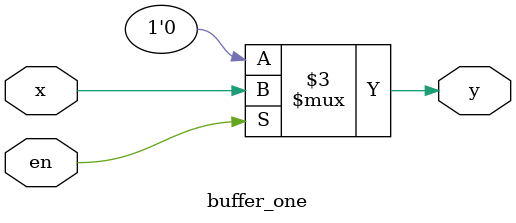
<source format=sv>

module datapath(output logic [7:0]led,
                //output logic [6:0]hun,ten,uni,
                //output logic [6:0]sign,
                input logic [7:0]sw,
                input logic ReadyIn,nReset,
                input logic enReb,enImb,enRea,enIma,enRew,enImw,load,enout,
                input logic mux_mul,mux_alu,
                input logic [1:0]sub1,sub2,
                input logic out_sel,
                input logic rst,hold,Clock );

wire rs,rsIma;
wire [7:0]Reb,Imb,Rew,Imw,Rea,Ima;
wire[7:0]mul1_in1,mul1_in2,mul2_in1,mul2_in2;
wire[7:0]mul1_out,mul2_out;
//wire[7:0]mul1_o,mul2_o;
wire[7:0]alu1_in,alu2_in;
wire[7:0]alu1_out,alu2_out;
wire[7:0]alu1_store,alu2_store;
wire[7:0]out;
wire clk;
wire[7:0]bufout_alu1,bufout_alu2;
wire[7:0]h,t,u;

//and_gate out_reset_and(nReset,rst_out,rso);
and_gate reset_and(nReset,rst,rs);
and_gate reset_and_Ima(nReset,hold,rsIma);

register reg_reb(Reb,sw,enReb,nReset,Clock);
register reg_imb(Imb,sw,enImb,rs,Clock);
register reg_rew(Rew,sw,enRew,nReset,Clock);
register reg_imw(Imw,sw,enImw,nReset,Clock);
register reg_rea(Rea,sw,enRea,rs,Clock);
register reg_ima(Ima,sw,enIma,rsIma,Clock);

muxp mux_mul1_L(mul1_in1,Reb,Imb,mux_mul);//0:a,1:b
muxp mux_mul1_R(mul1_in2,Rew,Imw,mux_mul);
muxp mux_mul2_L(mul2_in1,Imw,Imb,mux_mul);
muxp mux_mul2_R(mul2_in2,Reb,Rew,mux_mul);

mul mul1(mul1_out,mul1_in1,mul1_in2);
mul mul2(mul2_out,mul2_in1,mul2_in2);

//register reg_mul1(mul1_out,mul1_o,clk,nReset);
//register reg_mul2(mul2_out,mul2_o,clk,nReset);

muxp mux_alu1(alu1_in,mul1_out,Rea,mux_alu);
muxp mux_alu2(alu2_in,mul2_out,Ima,mux_alu);

alu alu1(alu1_out,alu1_in,bufout_alu1,sub1);
alu alu2(alu2_out,alu2_in,bufout_alu2,sub2);

buffer_one buffer_alu(clk,ReadyIn,load);
register reg_alu1(alu1_store,alu1_out,clk,nReset,Clock);
register reg_alu2(alu2_store,alu2_out,clk,nReset,Clock);

buffer buf_alu1(bufout_alu1,alu1_store,hold);
buffer buf_alu2(bufout_alu2,alu2_store,hold);

muxp mux_out(out,alu1_out,alu2_out,out_sel);

buffer buf_out(led,out,enout);

//nb nb1(h,t,u,sign,led);

//sevenseg sevenseg1(h,t,u,hun,ten,uni);

endmodule

/////////////////////////////////////////////////////////////
/////////////////////////////////////////////////////////////

module alu(output logic [7:0]out,
           input logic [7:0]a,b,
           input logic [1:0]sub);

always_comb
begin             
   if(sub==2'b0)     
      out=a+b;    
   else if(sub==2'b01)
      out=a-b;     
   else           
      out=b-a;        
end                   

endmodule

/////////////////////////////////////////////////////////////
/////////////////////////////////////////////////////////////

module and_gate(input logic a,b,
         	output logic y);
             
always_comb  
begin        
   y=a&b;    
end         
endmodule    

/////////////////////////////////////////////////////////////
/////////////////////////////////////////////////////////////

module mul(output logic [7:0]out,
           input logic [7:0]a,b);

logic [13:0]result,inter;
logic [6:0]acom,bcom;

always_comb
begin
   if(a[7])
      acom=~(a[6:0]-1'b1);
   else
      acom=a[6:0];
  
   if(b[7])
      bcom=~(b[6:0]-1'b1);
   else
      bcom=b[6:0];
      
   result=acom*bcom; 
   inter=(~result);
   
   if(a[7]==1&&b[7]==1||a[7]==0&&b[7]==0)   
      out={1'b0,result[13:7]};
   else
      out={1'b1,inter[13:7]+1'b1}; 
end                 

endmodule

/////////////////////////////////////////////////////////////
/////////////////////////////////////////////////////////////

module muxp(output logic[7:0]out,
           input logic [7:0]a,b,
           input logic select);

always_comb
begin          
   if(!select)  
      out=a;   
   else
      out=b;
end

endmodule

/////////////////////////////////////////////////////////////
/////////////////////////////////////////////////////////////

module register(output logic [7:0]p,
                input logic [7:0]i,
                input logic enable,nReset,Clock);

logic last_enable;

always_ff @(posedge Clock, negedge nReset)
begin
   if(~nReset)
      begin  
         p<='0;
         last_enable<=1;  
      end  
   else  
      begin	
         if(enable==1&&!last_enable)  
      //if(enable)   
         begin      
           p<=i;   
         end
        last_enable<=enable;
      end
end
endmodule

/////////////////////////////////////////////////////////////
/////////////////////////////////////////////////////////////

module buffer(output logic [7:0]y,
             input logic [7:0]x,
             input logic en);

always_comb
begin          
   if(en)     
      y=x;     
   else         
      y=0;
end
endmodule

/////////////////////////////////////////////////////////////
/////////////////////////////////////////////////////////////

module buffer_one(output logic y,
             input logic x,
             input logic en);

always_comb
begin           
   if(en)       
      y=x;      
   else         
      y=0;
end
endmodule

/*
/////////////////////////////////////////////////////////////
/////////////////////////////////////////////////////////////
module nb(output logic [7:0]h,t,u,
          output logic [6:0]sign,
          input logic [7:0] led);

logic [7:0]value;

always_comb
begin
  if(led[7])
    begin
      value=~(led-1'b1);
      sign=7'b1111110;
    end      
  else       
    begin
      value=led;
      sign=7'b1111111;
    end
  h=value/100;
  t=(value%100)/10;
  u=value%10;
end
endmodule
*/

/*
/////////////////////////////////////////////////////////////
/////////////////////////////////////////////////////////////
module sevenseg(input logic [7:0]h,t,u,
                output logic [6:0]hun,ten,uni);
                       
always_comb   
begin       
   case(h)  
   8'b00000000: hun=7'b0000001;
   8'b00000001: hun=7'b1001111;
   8'b00000010: hun=7'b0010010;
   8'b00000011: hun=7'b0000110;
   8'b00000100: hun=7'b1001100;
   8'b00000101: hun=7'b0100100;
   8'b00000110: hun=7'b0100000;
   8'b00000111: hun=7'b0001111;
   8'b00001000: hun=7'b0000000;
   8'b00001001: hun=7'b0000100;
	default: hun=7'b1111111;
   endcase
   
   case(t)
   8'b00000000: ten=7'b0000001;
   8'b00000001: ten=7'b1001111;
   8'b00000010: ten=7'b0010010;
   8'b00000011: ten=7'b0000110;
   8'b00000100: ten=7'b1001100;
   8'b00000101: ten=7'b0100100;
   8'b00000110: ten=7'b0100000;
   8'b00000111: ten=7'b0001111;
   8'b00001000: ten=7'b0000000;
   8'b00001001: ten=7'b0000100;
	default: ten=7'b1111111;
   endcase
   
   case(u)
   8'b00000000: uni=7'b0000001;
   8'b00000001: uni=7'b1001111;
   8'b00000010: uni=7'b0010010;
   8'b00000011: uni=7'b0000110;
   8'b00000100: uni=7'b1001100;
   8'b00000101: uni=7'b0100100;
   8'b00000110: uni=7'b0100000;
   8'b00000111: uni=7'b0001111;
   8'b00001000: uni=7'b0000000;
   8'b00001001: uni=7'b0000100;
	default: uni=7'b1111111;
   endcase
end
endmodule
*/
</source>
